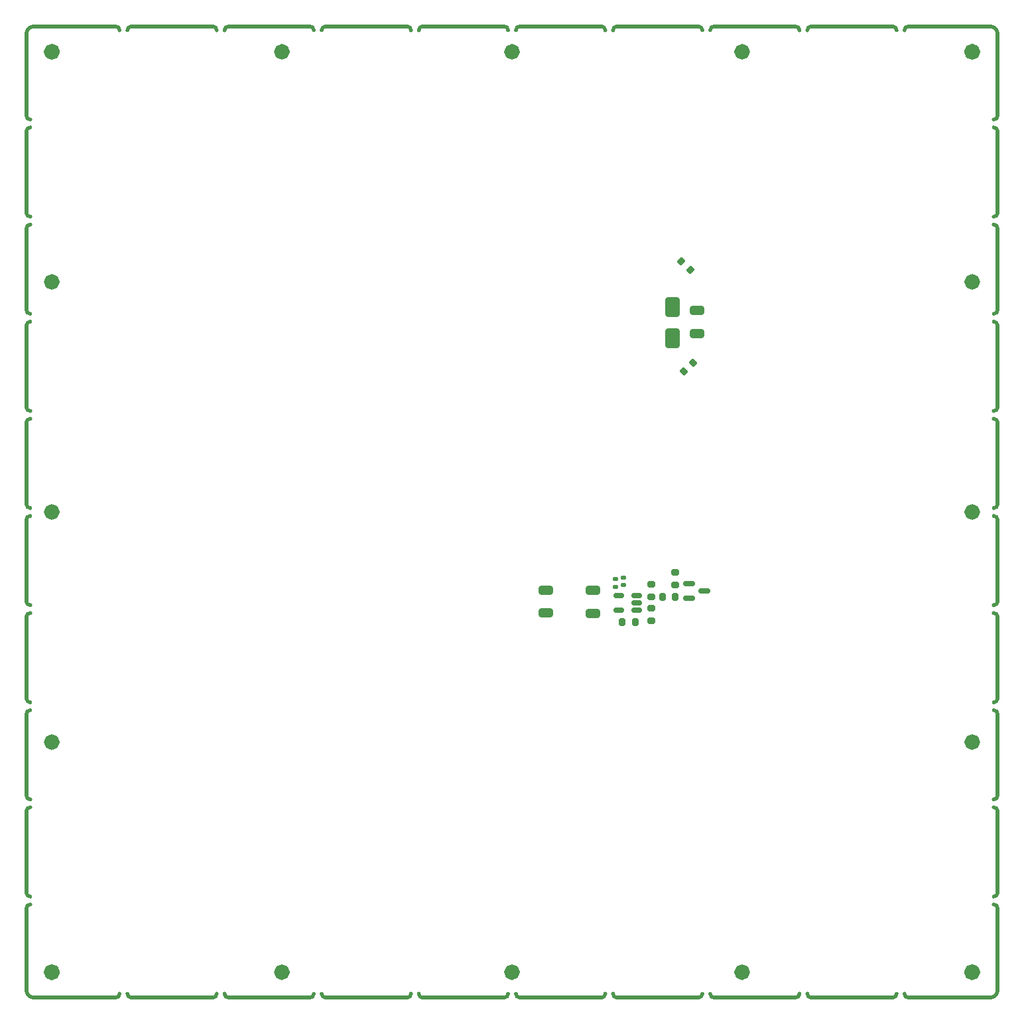
<source format=gbp>
G04 #@! TF.GenerationSoftware,KiCad,Pcbnew,9.0.1+1*
G04 #@! TF.CreationDate,2025-09-08T06:43:27+00:00*
G04 #@! TF.ProjectId,stencil,7374656e-6369-46c2-9e6b-696361645f70,rev?*
G04 #@! TF.SameCoordinates,Original*
G04 #@! TF.FileFunction,Paste,Bot*
G04 #@! TF.FilePolarity,Positive*
%FSLAX46Y46*%
G04 Gerber Fmt 4.6, Leading zero omitted, Abs format (unit mm)*
G04 Created by KiCad (PCBNEW 9.0.1+1) date 2025-09-08 06:43:27*
%MOMM*%
%LPD*%
G01*
G04 APERTURE LIST*
G04 Aperture macros list*
%AMRoundRect*
0 Rectangle with rounded corners*
0 $1 Rounding radius*
0 $2 $3 $4 $5 $6 $7 $8 $9 X,Y pos of 4 corners*
0 Add a 4 corners polygon primitive as box body*
4,1,4,$2,$3,$4,$5,$6,$7,$8,$9,$2,$3,0*
0 Add four circle primitives for the rounded corners*
1,1,$1+$1,$2,$3*
1,1,$1+$1,$4,$5*
1,1,$1+$1,$6,$7*
1,1,$1+$1,$8,$9*
0 Add four rect primitives between the rounded corners*
20,1,$1+$1,$2,$3,$4,$5,0*
20,1,$1+$1,$4,$5,$6,$7,0*
20,1,$1+$1,$6,$7,$8,$9,0*
20,1,$1+$1,$8,$9,$2,$3,0*%
G04 Aperture macros list end*
%ADD10C,0.500000*%
%ADD11C,1.000000*%
%ADD12C,1.050000*%
%ADD13RoundRect,0.250000X0.650000X-1.000000X0.650000X1.000000X-0.650000X1.000000X-0.650000X-1.000000X0*%
%ADD14RoundRect,0.200000X-0.275000X0.200000X-0.275000X-0.200000X0.275000X-0.200000X0.275000X0.200000X0*%
%ADD15RoundRect,0.150000X0.512500X0.150000X-0.512500X0.150000X-0.512500X-0.150000X0.512500X-0.150000X0*%
%ADD16RoundRect,0.250000X-0.650000X0.325000X-0.650000X-0.325000X0.650000X-0.325000X0.650000X0.325000X0*%
%ADD17RoundRect,0.200000X0.200000X0.275000X-0.200000X0.275000X-0.200000X-0.275000X0.200000X-0.275000X0*%
%ADD18RoundRect,0.200000X0.275000X-0.200000X0.275000X0.200000X-0.275000X0.200000X-0.275000X-0.200000X0*%
%ADD19RoundRect,0.200000X-0.053033X0.335876X-0.335876X0.053033X0.053033X-0.335876X0.335876X-0.053033X0*%
%ADD20RoundRect,0.200000X-0.200000X-0.275000X0.200000X-0.275000X0.200000X0.275000X-0.200000X0.275000X0*%
%ADD21RoundRect,0.140000X-0.170000X0.140000X-0.170000X-0.140000X0.170000X-0.140000X0.170000X0.140000X0*%
%ADD22RoundRect,0.150000X-0.587500X-0.150000X0.587500X-0.150000X0.587500X0.150000X-0.587500X0.150000X0*%
%ADD23RoundRect,0.140000X0.170000X-0.140000X0.170000X0.140000X-0.170000X0.140000X-0.170000X-0.140000X0*%
%ADD24RoundRect,0.200000X-0.335876X-0.053033X-0.053033X-0.335876X0.335876X0.053033X0.053033X0.335876X0*%
G04 APERTURE END LIST*
D10*
X114662531Y-84854546D02*
G75*
G02*
X114162454Y-84354546I-31J500046D01*
G01*
X114662531Y-35254546D02*
G75*
G02*
X114162454Y-34754546I-31J500046D01*
G01*
X238162531Y-24354546D02*
X238162531Y-34754546D01*
X187562531Y-10954546D02*
G75*
G02*
X188062454Y-11454546I-31J-499954D01*
G01*
D11*
X206037531Y-131704546D02*
G75*
G02*
X205037531Y-131704546I-500000J0D01*
G01*
X205037531Y-131704546D02*
G75*
G02*
X206037531Y-131704546I500000J0D01*
G01*
D10*
X237662531Y-85854546D02*
G75*
G02*
X238162454Y-86354546I-31J-499954D01*
G01*
X164762531Y-134954546D02*
G75*
G02*
X164262454Y-134454546I-31J500046D01*
G01*
X237662531Y-23854546D02*
G75*
G02*
X238162454Y-24354546I-31J-499954D01*
G01*
X114162531Y-73954546D02*
G75*
G02*
X114662531Y-73454531I499969J46D01*
G01*
X114162531Y-98754546D02*
X114162531Y-109154546D01*
X115162531Y-134954546D02*
X125562531Y-134954546D01*
X237662531Y-73454546D02*
G75*
G02*
X238162454Y-73954546I-31J-499954D01*
G01*
X201962531Y-10954546D02*
X212362531Y-10954546D01*
X238162531Y-61554546D02*
X238162531Y-71954546D01*
X138462531Y-134454546D02*
G75*
G02*
X137962531Y-134954531I-500031J46D01*
G01*
D11*
X176662531Y-131704546D02*
G75*
G02*
X175662531Y-131704546I-500000J0D01*
G01*
X175662531Y-131704546D02*
G75*
G02*
X176662531Y-131704546I500000J0D01*
G01*
D10*
X115162531Y-10954546D02*
X125562531Y-10954546D01*
X127562531Y-134954546D02*
G75*
G02*
X127062454Y-134454546I-31J500046D01*
G01*
X237162531Y-10954546D02*
G75*
G02*
X238162454Y-11954546I-31J-999954D01*
G01*
X238162531Y-123554546D02*
X238162531Y-133954546D01*
X114162531Y-11954546D02*
X114162531Y-22354546D01*
X139962531Y-134954546D02*
G75*
G02*
X139462454Y-134454546I-31J500046D01*
G01*
X139962531Y-10954546D02*
X150362531Y-10954546D01*
X201962531Y-134954546D02*
X212362531Y-134954546D01*
X175162531Y-10954546D02*
G75*
G02*
X175662454Y-11454546I-31J-499954D01*
G01*
X163262531Y-134454546D02*
G75*
G02*
X162762531Y-134954531I-500031J46D01*
G01*
X114162531Y-123554546D02*
G75*
G02*
X114662531Y-123054531I499969J46D01*
G01*
X114162531Y-86354546D02*
G75*
G02*
X114662531Y-85854531I499969J46D01*
G01*
X237662531Y-98254546D02*
G75*
G02*
X238162454Y-98754546I-31J-499954D01*
G01*
X238162531Y-36754546D02*
X238162531Y-47154546D01*
X238162531Y-86354546D02*
X238162531Y-96754546D01*
D11*
X117912531Y-72954546D02*
G75*
G02*
X116912531Y-72954546I-500000J0D01*
G01*
X116912531Y-72954546D02*
G75*
G02*
X117912531Y-72954546I500000J0D01*
G01*
D10*
X238162531Y-34754546D02*
G75*
G02*
X237662531Y-35254531I-500031J46D01*
G01*
D11*
X235412531Y-72954546D02*
G75*
G02*
X234412531Y-72954546I-500000J0D01*
G01*
X234412531Y-72954546D02*
G75*
G02*
X235412531Y-72954546I500000J0D01*
G01*
D10*
X126062531Y-134454546D02*
G75*
G02*
X125562531Y-134954531I-500031J46D01*
G01*
X150362531Y-10954546D02*
G75*
G02*
X150862454Y-11454546I-31J-499954D01*
G01*
D11*
X147287531Y-14204546D02*
G75*
G02*
X146287531Y-14204546I-500000J0D01*
G01*
X146287531Y-14204546D02*
G75*
G02*
X147287531Y-14204546I500000J0D01*
G01*
X117912531Y-43579546D02*
G75*
G02*
X116912531Y-43579546I-500000J0D01*
G01*
X116912531Y-43579546D02*
G75*
G02*
X117912531Y-43579546I500000J0D01*
G01*
D10*
X199962531Y-10954546D02*
G75*
G02*
X200462454Y-11454546I-31J-499954D01*
G01*
X238162531Y-11954546D02*
X238162531Y-22354546D01*
X238162531Y-84354546D02*
G75*
G02*
X237662531Y-84854531I-500031J46D01*
G01*
X164762531Y-134954546D02*
X175162531Y-134954546D01*
X152362531Y-10954546D02*
X162762531Y-10954546D01*
X189562531Y-134954546D02*
G75*
G02*
X189062454Y-134454546I-31J500046D01*
G01*
X114162531Y-73954546D02*
X114162531Y-84354546D01*
X139962531Y-134954546D02*
X150362531Y-134954546D01*
D11*
X176662531Y-14204546D02*
G75*
G02*
X175662531Y-14204546I-500000J0D01*
G01*
X175662531Y-14204546D02*
G75*
G02*
X176662531Y-14204546I500000J0D01*
G01*
D10*
X225262531Y-134454546D02*
G75*
G02*
X224762531Y-134954531I-500031J46D01*
G01*
X137962531Y-10954546D02*
G75*
G02*
X138462454Y-11454546I-31J-499954D01*
G01*
X237662531Y-123054546D02*
G75*
G02*
X238162454Y-123554546I-31J-499954D01*
G01*
X114162531Y-111154546D02*
X114162531Y-121554546D01*
D12*
X117937531Y-14204546D02*
G75*
G02*
X116887531Y-14204546I-525000J0D01*
G01*
X116887531Y-14204546D02*
G75*
G02*
X117937531Y-14204546I525000J0D01*
G01*
D10*
X114162531Y-24354546D02*
X114162531Y-34754546D01*
X238162531Y-111154546D02*
X238162531Y-121554546D01*
X237662531Y-36254546D02*
G75*
G02*
X238162454Y-36754546I-31J-499954D01*
G01*
X114662531Y-72454546D02*
G75*
G02*
X114162454Y-71954546I-31J500046D01*
G01*
X177162531Y-10954546D02*
X187562531Y-10954546D01*
D12*
X117937531Y-131704546D02*
G75*
G02*
X116887531Y-131704546I-525000J0D01*
G01*
X116887531Y-131704546D02*
G75*
G02*
X117937531Y-131704546I525000J0D01*
G01*
D10*
X201962531Y-134954546D02*
G75*
G02*
X201462454Y-134454546I-31J500046D01*
G01*
X238162531Y-71954546D02*
G75*
G02*
X237662531Y-72454531I-500031J46D01*
G01*
X226762531Y-10954546D02*
X237162531Y-10954546D01*
X201462531Y-11454546D02*
G75*
G02*
X201962531Y-10954531I499969J46D01*
G01*
X212862531Y-134454546D02*
G75*
G02*
X212362531Y-134954531I-500031J46D01*
G01*
X114162531Y-49154546D02*
X114162531Y-59554546D01*
X213862531Y-11454546D02*
G75*
G02*
X214362531Y-10954531I499969J46D01*
G01*
X127562531Y-10954546D02*
X137962531Y-10954546D01*
X139462531Y-11454546D02*
G75*
G02*
X139962531Y-10954531I499969J46D01*
G01*
X114162531Y-11954546D02*
G75*
G02*
X115162531Y-10954531I999969J46D01*
G01*
X115162531Y-134954546D02*
G75*
G02*
X114162454Y-133954546I-31J1000046D01*
G01*
X214362531Y-134954546D02*
G75*
G02*
X213862454Y-134454546I-31J500046D01*
G01*
X114162531Y-61554546D02*
X114162531Y-71954546D01*
X175662531Y-134454546D02*
G75*
G02*
X175162531Y-134954531I-500031J46D01*
G01*
X189062531Y-11454546D02*
G75*
G02*
X189562531Y-10954531I499969J46D01*
G01*
X114662531Y-109654546D02*
G75*
G02*
X114162454Y-109154546I-31J500046D01*
G01*
X114162531Y-86354546D02*
X114162531Y-96754546D01*
X237662531Y-48654546D02*
G75*
G02*
X238162454Y-49154546I-31J-499954D01*
G01*
X177162531Y-134954546D02*
G75*
G02*
X176662454Y-134454546I-31J500046D01*
G01*
X237662531Y-61054546D02*
G75*
G02*
X238162454Y-61554546I-31J-499954D01*
G01*
X226262531Y-11454546D02*
G75*
G02*
X226762531Y-10954531I499969J46D01*
G01*
X152362531Y-134954546D02*
X162762531Y-134954546D01*
X238162531Y-96754546D02*
G75*
G02*
X237662531Y-97254531I-500031J46D01*
G01*
X176662531Y-11454546D02*
G75*
G02*
X177162531Y-10954531I499969J46D01*
G01*
X114162531Y-36754546D02*
X114162531Y-47154546D01*
X238162531Y-98754546D02*
X238162531Y-109154546D01*
X238162531Y-133954546D02*
G75*
G02*
X237162531Y-134954531I-1000031J46D01*
G01*
X226762531Y-134954546D02*
G75*
G02*
X226262454Y-134454546I-31J500046D01*
G01*
X114662531Y-122054546D02*
G75*
G02*
X114162454Y-121554546I-31J500046D01*
G01*
X114162531Y-49154546D02*
G75*
G02*
X114662531Y-48654531I499969J46D01*
G01*
X237662531Y-110654546D02*
G75*
G02*
X238162454Y-111154546I-31J-499954D01*
G01*
X238162531Y-59554546D02*
G75*
G02*
X237662531Y-60054531I-500031J46D01*
G01*
X224762531Y-10954546D02*
G75*
G02*
X225262454Y-11454546I-31J-499954D01*
G01*
X226762531Y-134954546D02*
X237162531Y-134954546D01*
X238162531Y-109154546D02*
G75*
G02*
X237662531Y-109654531I-500031J46D01*
G01*
X238162531Y-73954546D02*
X238162531Y-84354546D01*
X114662531Y-60054546D02*
G75*
G02*
X114162454Y-59554546I-31J500046D01*
G01*
X214362531Y-134954546D02*
X224762531Y-134954546D01*
D12*
X235437531Y-14204546D02*
G75*
G02*
X234387531Y-14204546I-525000J0D01*
G01*
X234387531Y-14204546D02*
G75*
G02*
X235437531Y-14204546I525000J0D01*
G01*
D10*
X177162531Y-134954546D02*
X187562531Y-134954546D01*
X114162531Y-24354546D02*
G75*
G02*
X114662531Y-23854531I499969J46D01*
G01*
D12*
X235437531Y-131704546D02*
G75*
G02*
X234387531Y-131704546I-525000J0D01*
G01*
X234387531Y-131704546D02*
G75*
G02*
X235437531Y-131704546I525000J0D01*
G01*
D10*
X164762531Y-10954546D02*
X175162531Y-10954546D01*
X164262531Y-11454546D02*
G75*
G02*
X164762531Y-10954531I499969J46D01*
G01*
X114162531Y-123554546D02*
X114162531Y-133954546D01*
X114662531Y-47654546D02*
G75*
G02*
X114162454Y-47154546I-31J500046D01*
G01*
D11*
X235412531Y-43579546D02*
G75*
G02*
X234412531Y-43579546I-500000J0D01*
G01*
X234412531Y-43579546D02*
G75*
G02*
X235412531Y-43579546I500000J0D01*
G01*
D10*
X114662531Y-22854546D02*
G75*
G02*
X114162454Y-22354546I-31J500046D01*
G01*
X238162531Y-47154546D02*
G75*
G02*
X237662531Y-47654531I-500031J46D01*
G01*
X151862531Y-11454546D02*
G75*
G02*
X152362531Y-10954531I499969J46D01*
G01*
X127562531Y-134954546D02*
X137962531Y-134954546D01*
D11*
X147287531Y-131704546D02*
G75*
G02*
X146287531Y-131704546I-500000J0D01*
G01*
X146287531Y-131704546D02*
G75*
G02*
X147287531Y-131704546I500000J0D01*
G01*
D10*
X114162531Y-36754546D02*
G75*
G02*
X114662531Y-36254531I499969J46D01*
G01*
X189562531Y-134954546D02*
X199962531Y-134954546D01*
D11*
X117912531Y-102329546D02*
G75*
G02*
X116912531Y-102329546I-500000J0D01*
G01*
X116912531Y-102329546D02*
G75*
G02*
X117912531Y-102329546I500000J0D01*
G01*
X206037531Y-14204546D02*
G75*
G02*
X205037531Y-14204546I-500000J0D01*
G01*
X205037531Y-14204546D02*
G75*
G02*
X206037531Y-14204546I500000J0D01*
G01*
D10*
X162762531Y-10954546D02*
G75*
G02*
X163262454Y-11454546I-31J-499954D01*
G01*
X189562531Y-10954546D02*
X199962531Y-10954546D01*
X152362531Y-134954546D02*
G75*
G02*
X151862454Y-134454546I-31J500046D01*
G01*
X238162531Y-22354546D02*
G75*
G02*
X237662531Y-22854531I-500031J46D01*
G01*
X125562531Y-10954546D02*
G75*
G02*
X126062454Y-11454546I-31J-499954D01*
G01*
X238162531Y-49154546D02*
X238162531Y-59554546D01*
X212362531Y-10954546D02*
G75*
G02*
X212862454Y-11454546I-31J-499954D01*
G01*
X114162531Y-111154546D02*
G75*
G02*
X114662531Y-110654531I499969J46D01*
G01*
X127062531Y-11454546D02*
G75*
G02*
X127562531Y-10954531I499969J46D01*
G01*
X214362531Y-10954546D02*
X224762531Y-10954546D01*
X114162531Y-98754546D02*
G75*
G02*
X114662531Y-98254531I499969J46D01*
G01*
X200462531Y-134454546D02*
G75*
G02*
X199962531Y-134954531I-500031J46D01*
G01*
X150862531Y-134454546D02*
G75*
G02*
X150362531Y-134954531I-500031J46D01*
G01*
D11*
X235412531Y-102329546D02*
G75*
G02*
X234412531Y-102329546I-500000J0D01*
G01*
X234412531Y-102329546D02*
G75*
G02*
X235412531Y-102329546I500000J0D01*
G01*
D10*
X238162531Y-121554546D02*
G75*
G02*
X237662531Y-122054531I-500031J46D01*
G01*
X188062531Y-134454546D02*
G75*
G02*
X187562531Y-134954531I-500031J46D01*
G01*
X114662531Y-97254546D02*
G75*
G02*
X114162454Y-96754546I-31J500046D01*
G01*
X114162531Y-61554546D02*
G75*
G02*
X114662531Y-61054531I499969J46D01*
G01*
D13*
G04 #@! TO.C,D2*
X196646800Y-50786802D03*
X196646800Y-46786800D03*
G04 #@! TD*
D14*
G04 #@! TO.C,R24*
X193903600Y-85230200D03*
X193903600Y-86880200D03*
G04 #@! TD*
D15*
G04 #@! TO.C,U3*
X192043900Y-83581201D03*
X192043900Y-84531200D03*
X192043900Y-85481199D03*
X189768900Y-85481199D03*
X189768900Y-83581201D03*
G04 #@! TD*
D16*
G04 #@! TO.C,C25*
X180480000Y-82904999D03*
X180480000Y-85855001D03*
G04 #@! TD*
D17*
G04 #@! TO.C,R27*
X191883800Y-87020400D03*
X190233800Y-87020400D03*
G04 #@! TD*
D18*
G04 #@! TO.C,R26*
X196951600Y-82296000D03*
X196951600Y-80646000D03*
G04 #@! TD*
D19*
G04 #@! TO.C,R28*
X199262163Y-53874237D03*
X198095437Y-55040963D03*
G04 #@! TD*
D16*
G04 #@! TO.C,C23*
X199820000Y-47194999D03*
X199820000Y-50145001D03*
G04 #@! TD*
D20*
G04 #@! TO.C,R25*
X195364600Y-83769200D03*
X197014600Y-83769200D03*
G04 #@! TD*
D21*
G04 #@! TO.C,C21*
X189331600Y-81539200D03*
X189331600Y-82499200D03*
G04 #@! TD*
D22*
G04 #@! TO.C,U7*
X198808100Y-83957200D03*
X198808100Y-82057200D03*
X200683101Y-83007200D03*
G04 #@! TD*
D16*
G04 #@! TO.C,C19*
X186490000Y-82924999D03*
X186490000Y-85875001D03*
G04 #@! TD*
D23*
G04 #@! TO.C,C22*
X190347600Y-82268000D03*
X190347600Y-81308000D03*
G04 #@! TD*
D24*
G04 #@! TO.C,R2*
X197790637Y-40920237D03*
X198957363Y-42086963D03*
G04 #@! TD*
D18*
G04 #@! TO.C,R22*
X193903600Y-83832200D03*
X193903600Y-82182200D03*
G04 #@! TD*
M02*

</source>
